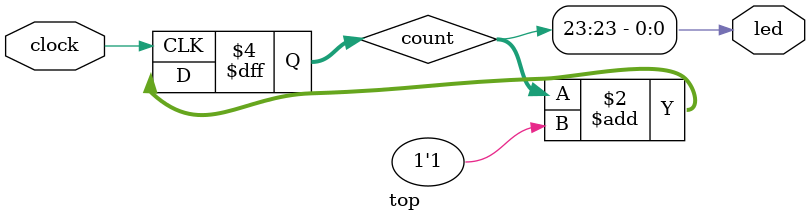
<source format=v>
`timescale 1ns / 1ps

module top(input clock,
	   output led);

   reg [23:0] 	 count = 0;

   always @ (posedge clock)
     begin
	count <= count + 1'b1;
     end

   assign led = count[23];

endmodule

</source>
